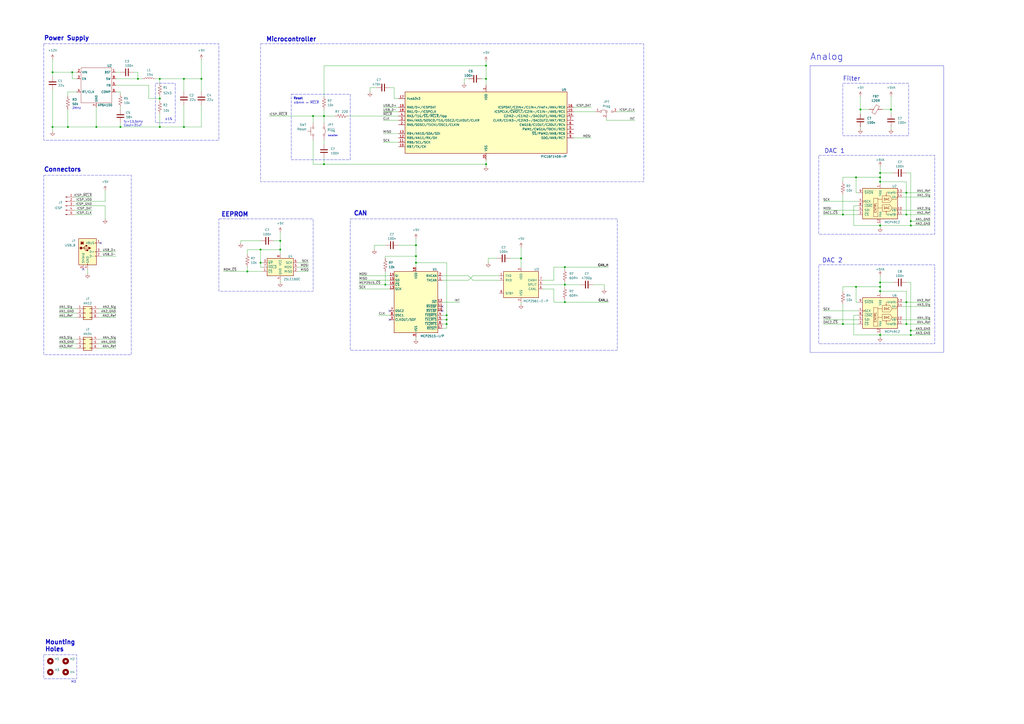
<source format=kicad_sch>
(kicad_sch (version 20250114) (generator "eeschema") (generator_version "9.0")
  (paper "A2")
  (rectangle (start 488.95 48.26) (end 527.05 78.74) (stroke (width 0) (type dash)))
  (rectangle (start 25.4 25.4) (end 127 81.28) (stroke (width 0) (type dash)))
  (rectangle (start 127 127) (end 181.61 168.91) (stroke (width 0) (type dash)))
  (rectangle (start 25.4 379.73) (end 44.45 393.7) (stroke (width 0) (type dash)))
  (rectangle (start 90.17 48.26) (end 101.6 71.12) (stroke (width 0) (type dash)))
  (rectangle (start 168.91 54.61) (end 203.2 92.71) (stroke (width 0) (type dash)))
  (rectangle (start 474.98 153.67) (end 542.29 199.39) (stroke (width 0) (type dash)))
  (rectangle (start 203.2 127) (end 358.14 203.2) (stroke (width 0) (type dash)))
  (rectangle (start 25.4 101.6) (end 76.2 205.74) (stroke (width 0) (type dash)))
  (rectangle (start 474.98 90.17) (end 542.29 135.89) (stroke (width 0) (type dash)))
  (rectangle (start 151.13 25.4) (end 373.38 105.41) (stroke (width 0) (type dash)))
  (rectangle (start 469.9 38.1) (end 547.37 204.47))
  (text "Connectors" (at 25.4 98.425 0) (effects (font (size 2.54 2.54) (thickness 0.508) (bold yes)) (justify left)))
  (text "Power Supply" (at 25.4 22.225 0) (effects (font (size 2.54 2.54) (thickness 0.508) (bold yes)) (justify left)))
  (text "CAN" (at 205.105 123.825 0) (effects (font (size 2.54 2.54) (thickness 0.508) (bold yes)) (justify left)))
  (text "2MHz\n" (at 44.45 62.865 0) (effects (font (size 1.27 1.27))))
  (text "±1%" (at 97.79 69.215 0) (effects (font (size 1.27 1.27))))
  (text "Reset" (at 170.18 57.15 0) (effects (font (size 1.27 1.27) (thickness 0.254) (bold yes)) (justify left)))
  (text "fc=13.5kHz\nCout=31uF" (at 71.755 71.755 0) (effects (font (size 1.27 1.27)) (justify left)))
  (text "Mounting\nHoles" (at 26.035 374.65 0) (effects (font (size 2.54 2.54) (thickness 0.508) (bold yes)) (justify left)))
  (text "Filter\n" (at 494.03 45.72 0) (effects (font (size 2.54 2.54) (thickness 0.254) (bold yes))))
  (text "M3\n" (at 41.275 395.605 0) (effects (font (size 1.27 1.27)) (justify left)))
  (text "EEPROM" (at 128.27 124.46 0) (effects (font (size 2.54 2.54) (thickness 0.508) (bold yes)) (justify left)))
  (text "≤6mm ↔ ~{MCLR}" (at 170.18 59.69 0) (effects (font (size 1.27 1.27)) (justify left)))
  (text "DAC 1" (at 478.155 87.63 0) (effects (font (size 2.54 2.54) (thickness 0.254) (bold yes)) (justify left)))
  (text "Microcontroller" (at 154.305 22.86 0) (effects (font (size 2.54 2.54) (thickness 0.508) (bold yes)) (justify left)))
  (text "Analog" (at 469.9 33.02 0) (effects (font (size 3.81 3.81) (thickness 0.254) (bold yes)) (justify left)))
  (text "Isolation" (at 193.04 78.74 0) (effects (font (size 0.889 0.889))))
  (text "DAC 2" (at 476.885 151.13 0) (effects (font (size 2.54 2.54) (thickness 0.254) (bold yes)) (justify left)))
  (junction (at 510.54 166.37))
  (junction (at 106.68 45.72))
  (junction (at 510.54 168.91))
  (junction (at 162.56 144.78))
  (junction (at 510.54 100.33))
  (junction (at 55.88 73.66))
  (junction (at 39.37 73.66))
  (junction (at 528.32 130.81))
  (junction (at 106.68 73.66))
  (junction (at 259.08 185.42))
  (junction (at 499.11 63.5))
  (junction (at 496.57 166.37))
  (junction (at 162.56 139.7))
  (junction (at 525.78 111.76))
  (junction (at 488.95 187.96))
  (junction (at 92.71 73.66))
  (junction (at 281.94 38.1))
  (junction (at 259.08 182.88))
  (junction (at 327.66 165.1))
  (junction (at 281.94 45.72))
  (junction (at 488.95 124.46))
  (junction (at 510.54 130.81))
  (junction (at 281.94 95.25))
  (junction (at 241.3 142.24))
  (junction (at 516.89 63.5))
  (junction (at 80.01 45.72))
  (junction (at 187.96 67.31))
  (junction (at 510.54 102.87))
  (junction (at 525.78 124.46))
  (junction (at 510.54 194.31))
  (junction (at 92.71 57.15))
  (junction (at 528.32 191.77))
  (junction (at 525.78 175.26))
  (junction (at 30.48 73.66))
  (junction (at 92.71 45.72))
  (junction (at 241.3 152.4))
  (junction (at 327.66 175.26))
  (junction (at 302.26 149.86))
  (junction (at 30.48 41.91))
  (junction (at 327.66 154.94))
  (junction (at 151.13 152.4))
  (junction (at 41.91 41.91))
  (junction (at 510.54 163.83))
  (junction (at 143.51 157.48))
  (junction (at 241.3 148.59))
  (junction (at 496.57 102.87))
  (junction (at 223.52 165.1))
  (junction (at 151.13 144.78))
  (junction (at 528.32 194.31))
  (junction (at 510.54 105.41))
  (junction (at 69.85 73.66))
  (junction (at 116.84 45.72))
  (junction (at 525.78 187.96))
  (junction (at 187.96 95.25))
  (junction (at 181.61 67.31))
  (junction (at 259.08 187.96))
  (junction (at 528.32 128.27))
  (no_connect (at 48.26 156.21))
  (no_connect (at 256.54 177.8))
  (no_connect (at 226.06 185.42))
  (no_connect (at 58.42 140.97))
  (no_connect (at 226.06 180.34))
  (no_connect (at 256.54 180.34))
  (wire (pts (xy 256.54 162.56) (xy 271.78 162.56)))
  (wire (pts (xy 187.96 95.25) (xy 187.96 91.44)))
  (wire (pts (xy 241.3 142.24) (xy 241.3 148.59)))
  (wire (pts (xy 106.68 45.72) (xy 116.84 45.72)))
  (wire (pts (xy 495.3 182.88) (xy 497.84 182.88)))
  (wire (pts (xy 259.08 187.96) (xy 259.08 185.42)))
  (wire (pts (xy 495.3 119.38) (xy 497.84 119.38)))
  (wire (pts (xy 187.96 38.1) (xy 281.94 38.1)))
  (wire (pts (xy 256.54 187.96) (xy 259.08 187.96)))
  (wire (pts (xy 44.45 41.91) (xy 41.91 41.91)))
  (wire (pts (xy 332.74 80.01) (xy 342.9 80.01)))
  (wire (pts (xy 510.54 168.91) (xy 510.54 170.18)))
  (wire (pts (xy 241.3 195.58) (xy 241.3 196.85)))
  (wire (pts (xy 60.96 116.84) (xy 60.96 110.49)))
  (wire (pts (xy 67.31 53.34) (xy 69.85 53.34)))
  (wire (pts (xy 80.01 45.72) (xy 82.55 45.72)))
  (wire (pts (xy 523.24 114.3) (xy 539.75 114.3)))
  (wire (pts (xy 58.42 146.05) (xy 67.31 146.05)))
  (wire (pts (xy 152.4 152.4) (xy 151.13 152.4)))
  (wire (pts (xy 288.29 149.86) (xy 283.21 149.86)))
  (wire (pts (xy 496.57 175.26) (xy 496.57 166.37)))
  (wire (pts (xy 321.31 175.26) (xy 321.31 167.64)))
  (wire (pts (xy 525.78 124.46) (xy 539.75 124.46)))
  (wire (pts (xy 488.95 187.96) (xy 497.84 187.96)))
  (wire (pts (xy 528.32 128.27) (xy 539.75 128.27)))
  (wire (pts (xy 143.51 144.78) (xy 151.13 144.78)))
  (wire (pts (xy 92.71 73.66) (xy 106.68 73.66)))
  (wire (pts (xy 187.96 38.1) (xy 187.96 55.88)))
  (wire (pts (xy 351.79 69.85) (xy 368.3 69.85)))
  (wire (pts (xy 523.24 124.46) (xy 525.78 124.46)))
  (wire (pts (xy 44.45 53.34) (xy 39.37 53.34)))
  (wire (pts (xy 477.52 180.34) (xy 497.84 180.34)))
  (wire (pts (xy 510.54 193.04) (xy 510.54 194.31)))
  (wire (pts (xy 516.89 66.04) (xy 516.89 63.5)))
  (wire (pts (xy 259.08 185.42) (xy 259.08 182.88)))
  (wire (pts (xy 510.54 194.31) (xy 510.54 195.58)))
  (wire (pts (xy 525.78 168.91) (xy 510.54 168.91)))
  (wire (pts (xy 69.85 53.34) (xy 69.85 54.61)))
  (wire (pts (xy 223.52 165.1) (xy 223.52 157.48)))
  (wire (pts (xy 344.17 165.1) (xy 350.52 165.1)))
  (wire (pts (xy 495.3 130.81) (xy 510.54 130.81)))
  (wire (pts (xy 34.29 184.15) (xy 44.45 184.15)))
  (wire (pts (xy 528.32 130.81) (xy 510.54 130.81)))
  (wire (pts (xy 208.28 165.1) (xy 223.52 165.1)))
  (wire (pts (xy 528.32 128.27) (xy 528.32 130.81)))
  (wire (pts (xy 497.84 111.76) (xy 496.57 111.76)))
  (wire (pts (xy 30.48 41.91) (xy 30.48 44.45)))
  (wire (pts (xy 208.28 160.02) (xy 226.06 160.02)))
  (wire (pts (xy 30.48 34.29) (xy 30.48 41.91)))
  (wire (pts (xy 525.78 105.41) (xy 525.78 111.76)))
  (wire (pts (xy 496.57 102.87) (xy 510.54 102.87)))
  (wire (pts (xy 57.15 196.85) (xy 67.31 196.85)))
  (wire (pts (xy 496.57 111.76) (xy 496.57 102.87)))
  (wire (pts (xy 525.78 168.91) (xy 525.78 175.26)))
  (wire (pts (xy 222.25 64.77) (xy 231.14 64.77)))
  (wire (pts (xy 219.71 182.88) (xy 226.06 182.88)))
  (wire (pts (xy 327.66 165.1) (xy 327.66 166.37)))
  (wire (pts (xy 477.52 185.42) (xy 497.84 185.42)))
  (wire (pts (xy 321.31 154.94) (xy 321.31 162.56)))
  (wire (pts (xy 39.37 53.34) (xy 39.37 55.88)))
  (wire (pts (xy 499.11 63.5) (xy 504.19 63.5)))
  (wire (pts (xy 92.71 66.04) (xy 92.71 73.66)))
  (wire (pts (xy 143.51 147.32) (xy 143.51 144.78)))
  (wire (pts (xy 332.74 62.23) (xy 342.9 62.23)))
  (wire (pts (xy 281.94 45.72) (xy 279.4 45.72)))
  (wire (pts (xy 281.94 49.53) (xy 281.94 45.72)))
  (wire (pts (xy 241.3 148.59) (xy 241.3 152.4)))
  (wire (pts (xy 525.78 175.26) (xy 539.75 175.26)))
  (wire (pts (xy 156.21 67.31) (xy 181.61 67.31)))
  (wire (pts (xy 525.78 111.76) (xy 539.75 111.76)))
  (wire (pts (xy 510.54 163.83) (xy 510.54 166.37)))
  (wire (pts (xy 495.3 130.81) (xy 495.3 119.38)))
  (wire (pts (xy 39.37 63.5) (xy 39.37 73.66)))
  (wire (pts (xy 43.18 114.3) (xy 53.34 114.3)))
  (wire (pts (xy 217.17 142.24) (xy 217.17 144.78)))
  (wire (pts (xy 92.71 45.72) (xy 92.71 48.26)))
  (wire (pts (xy 510.54 160.02) (xy 510.54 163.83)))
  (wire (pts (xy 528.32 191.77) (xy 528.32 194.31)))
  (wire (pts (xy 60.96 119.38) (xy 60.96 127)))
  (wire (pts (xy 231.14 57.15) (xy 228.6 57.15)))
  (wire (pts (xy 528.32 100.33) (xy 528.32 128.27)))
  (wire (pts (xy 151.13 154.94) (xy 151.13 152.4)))
  (wire (pts (xy 525.78 105.41) (xy 510.54 105.41)))
  (wire (pts (xy 528.32 163.83) (xy 528.32 191.77)))
  (wire (pts (xy 151.13 144.78) (xy 162.56 144.78)))
  (wire (pts (xy 327.66 165.1) (xy 336.55 165.1)))
  (wire (pts (xy 143.51 157.48) (xy 143.51 154.94)))
  (wire (pts (xy 222.25 82.55) (xy 231.14 82.55)))
  (wire (pts (xy 516.89 73.66) (xy 516.89 74.93)))
  (wire (pts (xy 525.78 187.96) (xy 539.75 187.96)))
  (wire (pts (xy 162.56 139.7) (xy 162.56 144.78)))
  (wire (pts (xy 172.72 157.48) (xy 179.07 157.48)))
  (wire (pts (xy 106.68 73.66) (xy 116.84 73.66)))
  (wire (pts (xy 327.66 154.94) (xy 353.06 154.94)))
  (wire (pts (xy 228.6 50.8) (xy 226.06 50.8)))
  (wire (pts (xy 327.66 175.26) (xy 353.06 175.26)))
  (wire (pts (xy 116.84 60.96) (xy 116.84 73.66)))
  (wire (pts (xy 50.8 156.21) (xy 50.8 158.75)))
  (wire (pts (xy 55.88 62.23) (xy 55.88 73.66)))
  (wire (pts (xy 332.74 64.77) (xy 345.44 64.77)))
  (wire (pts (xy 295.91 149.86) (xy 302.26 149.86)))
  (wire (pts (xy 34.29 181.61) (xy 44.45 181.61)))
  (wire (pts (xy 41.91 45.72) (xy 41.91 41.91)))
  (wire (pts (xy 223.52 149.86) (xy 223.52 148.59)))
  (wire (pts (xy 228.6 57.15) (xy 228.6 50.8)))
  (wire (pts (xy 327.66 173.99) (xy 327.66 175.26)))
  (wire (pts (xy 214.63 50.8) (xy 214.63 53.34)))
  (wire (pts (xy 30.48 73.66) (xy 30.48 76.2)))
  (wire (pts (xy 488.95 102.87) (xy 496.57 102.87)))
  (wire (pts (xy 314.96 165.1) (xy 327.66 165.1)))
  (wire (pts (xy 283.21 149.86) (xy 283.21 152.4)))
  (wire (pts (xy 528.32 194.31) (xy 539.75 194.31)))
  (wire (pts (xy 181.61 67.31) (xy 181.61 71.12)))
  (wire (pts (xy 92.71 57.15) (xy 86.36 57.15)))
  (wire (pts (xy 259.08 152.4) (xy 259.08 182.88)))
  (wire (pts (xy 92.71 45.72) (xy 106.68 45.72)))
  (wire (pts (xy 187.96 81.28) (xy 187.96 83.82)))
  (wire (pts (xy 259.08 152.4) (xy 241.3 152.4)))
  (wire (pts (xy 86.36 49.53) (xy 67.31 49.53)))
  (wire (pts (xy 510.54 105.41) (xy 510.54 106.68)))
  (wire (pts (xy 226.06 165.1) (xy 223.52 165.1)))
  (wire (pts (xy 34.29 201.93) (xy 44.45 201.93)))
  (wire (pts (xy 181.61 67.31) (xy 187.96 67.31)))
  (wire (pts (xy 528.32 194.31) (xy 510.54 194.31)))
  (wire (pts (xy 223.52 148.59) (xy 241.3 148.59)))
  (wire (pts (xy 34.29 196.85) (xy 44.45 196.85)))
  (wire (pts (xy 92.71 57.15) (xy 92.71 58.42)))
  (wire (pts (xy 525.78 175.26) (xy 525.78 187.96)))
  (wire (pts (xy 510.54 96.52) (xy 510.54 100.33)))
  (wire (pts (xy 256.54 190.5) (xy 259.08 190.5)))
  (wire (pts (xy 129.54 157.48) (xy 143.51 157.48)))
  (wire (pts (xy 321.31 167.64) (xy 314.96 167.64)))
  (wire (pts (xy 528.32 130.81) (xy 539.75 130.81)))
  (wire (pts (xy 495.3 194.31) (xy 510.54 194.31)))
  (wire (pts (xy 218.44 50.8) (xy 214.63 50.8)))
  (wire (pts (xy 281.94 95.25) (xy 281.94 96.52)))
  (wire (pts (xy 358.14 64.77) (xy 368.3 64.77)))
  (wire (pts (xy 499.11 55.88) (xy 499.11 63.5)))
  (wire (pts (xy 55.88 73.66) (xy 39.37 73.66)))
  (wire (pts (xy 510.54 100.33) (xy 518.16 100.33)))
  (wire (pts (xy 516.89 55.88) (xy 516.89 63.5)))
  (wire (pts (xy 528.32 191.77) (xy 539.75 191.77)))
  (wire (pts (xy 510.54 166.37) (xy 510.54 168.91)))
  (wire (pts (xy 222.25 62.23) (xy 231.14 62.23)))
  (wire (pts (xy 488.95 168.91) (xy 488.95 166.37)))
  (wire (pts (xy 57.15 181.61) (xy 67.31 181.61)))
  (wire (pts (xy 201.93 67.31) (xy 231.14 67.31)))
  (wire (pts (xy 106.68 45.72) (xy 106.68 53.34)))
  (wire (pts (xy 523.24 175.26) (xy 525.78 175.26)))
  (wire (pts (xy 181.61 81.28) (xy 181.61 95.25)))
  (wire (pts (xy 92.71 73.66) (xy 69.85 73.66)))
  (wire (pts (xy 488.95 166.37) (xy 496.57 166.37)))
  (wire (pts (xy 488.95 124.46) (xy 497.84 124.46)))
  (wire (pts (xy 69.85 62.23) (xy 69.85 63.5)))
  (wire (pts (xy 172.72 154.94) (xy 179.07 154.94)))
  (wire (pts (xy 510.54 102.87) (xy 510.54 105.41)))
  (wire (pts (xy 57.15 179.07) (xy 67.31 179.07)))
  (wire (pts (xy 44.45 45.72) (xy 41.91 45.72)))
  (wire (pts (xy 496.57 166.37) (xy 510.54 166.37)))
  (wire (pts (xy 77.47 41.91) (xy 80.01 41.91)))
  (wire (pts (xy 274.32 160.02) (xy 271.78 162.56)))
  (wire (pts (xy 90.17 45.72) (xy 92.71 45.72)))
  (wire (pts (xy 327.66 163.83) (xy 327.66 165.1)))
  (wire (pts (xy 523.24 121.92) (xy 539.75 121.92)))
  (wire (pts (xy 488.95 113.03) (xy 488.95 124.46)))
  (wire (pts (xy 269.24 45.72) (xy 271.78 45.72)))
  (wire (pts (xy 523.24 177.8) (xy 539.75 177.8)))
  (wire (pts (xy 162.56 162.56) (xy 162.56 163.83)))
  (wire (pts (xy 256.54 182.88) (xy 259.08 182.88)))
  (wire (pts (xy 162.56 144.78) (xy 162.56 147.32)))
  (wire (pts (xy 151.13 144.78) (xy 151.13 152.4)))
  (wire (pts (xy 57.15 201.93) (xy 67.31 201.93)))
  (wire (pts (xy 510.54 130.81) (xy 510.54 132.08)))
  (wire (pts (xy 57.15 199.39) (xy 67.31 199.39)))
  (wire (pts (xy 34.29 179.07) (xy 44.45 179.07)))
  (wire (pts (xy 92.71 55.88) (xy 92.71 57.15)))
  (wire (pts (xy 281.94 92.71) (xy 281.94 95.25)))
  (wire (pts (xy 116.84 45.72) (xy 116.84 53.34)))
  (wire (pts (xy 477.52 187.96) (xy 488.95 187.96)))
  (wire (pts (xy 67.31 45.72) (xy 80.01 45.72)))
  (wire (pts (xy 495.3 194.31) (xy 495.3 182.88)))
  (wire (pts (xy 80.01 41.91) (xy 80.01 45.72)))
  (wire (pts (xy 208.28 167.64) (xy 226.06 167.64)))
  (wire (pts (xy 69.85 73.66) (xy 55.88 73.66)))
  (wire (pts (xy 158.75 139.7) (xy 162.56 139.7)))
  (wire (pts (xy 67.31 41.91) (xy 69.85 41.91)))
  (wire (pts (xy 162.56 134.62) (xy 162.56 139.7)))
  (wire (pts (xy 116.84 34.29) (xy 116.84 45.72)))
  (wire (pts (xy 187.96 95.25) (xy 281.94 95.25)))
  (wire (pts (xy 69.85 71.12) (xy 69.85 73.66)))
  (wire (pts (xy 525.78 100.33) (xy 528.32 100.33)))
  (wire (pts (xy 223.52 142.24) (xy 217.17 142.24)))
  (wire (pts (xy 327.66 154.94) (xy 321.31 154.94)))
  (wire (pts (xy 327.66 175.26) (xy 321.31 175.26)))
  (wire (pts (xy 241.3 138.43) (xy 241.3 142.24)))
  (wire (pts (xy 510.54 100.33) (xy 510.54 102.87)))
  (wire (pts (xy 43.18 116.84) (xy 60.96 116.84)))
  (wire (pts (xy 187.96 67.31) (xy 194.31 67.31)))
  (wire (pts (xy 523.24 111.76) (xy 525.78 111.76)))
  (wire (pts (xy 58.42 148.59) (xy 67.31 148.59)))
  (wire (pts (xy 57.15 184.15) (xy 67.31 184.15)))
  (wire (pts (xy 30.48 52.07) (xy 30.48 73.66)))
  (wire (pts (xy 43.18 119.38) (xy 60.96 119.38)))
  (wire (pts (xy 187.96 67.31) (xy 187.96 71.12)))
  (wire (pts (xy 499.11 73.66) (xy 499.11 74.93)))
  (wire (pts (xy 241.3 152.4) (xy 241.3 154.94)))
  (wire (pts (xy 222.25 77.47) (xy 231.14 77.47)))
  (wire (pts (xy 181.61 95.25) (xy 187.96 95.25)))
  (wire (pts (xy 172.72 152.4) (xy 179.07 152.4)))
  (wire (pts (xy 321.31 162.56) (xy 314.96 162.56)))
  (wire (pts (xy 106.68 60.96) (xy 106.68 73.66)))
  (wire (pts (xy 41.91 41.91) (xy 30.48 41.91)))
  (wire (pts (xy 43.18 124.46) (xy 53.34 124.46)))
  (wire (pts (xy 523.24 185.42) (xy 539.75 185.42)))
  (wire (pts (xy 152.4 154.94) (xy 151.13 154.94)))
  (wire (pts (xy 231.14 142.24) (xy 241.3 142.24)))
  (wire (pts (xy 516.89 63.5) (xy 511.81 63.5)))
  (wire (pts (xy 256.54 160.02) (xy 271.78 160.02)))
  (wire (pts (xy 488.95 105.41) (xy 488.95 102.87)))
  (wire (pts (xy 488.95 176.53) (xy 488.95 187.96)))
  (wire (pts (xy 269.24 48.26) (xy 269.24 45.72)))
  (wire (pts (xy 327.66 156.21) (xy 327.66 154.94)))
  (wire (pts (xy 499.11 63.5) (xy 499.11 66.04)))
  (wire (pts (xy 302.26 175.26) (xy 302.26 176.53)))
  (wire (pts (xy 523.24 187.96) (xy 525.78 187.96)))
  (wire (pts (xy 34.29 199.39) (xy 44.45 199.39)))
  (wire (pts (xy 350.52 165.1) (xy 350.52 167.64)))
  (wire (pts (xy 477.52 124.46) (xy 488.95 124.46)))
  (wire (pts (xy 139.7 139.7) (xy 139.7 140.97)))
  (wire (pts (xy 86.36 57.15) (xy 86.36 49.53)))
  (wire (pts (xy 139.7 139.7) (xy 151.13 139.7)))
  (wire (pts (xy 497.84 175.26) (xy 496.57 175.26)))
  (wire (pts (xy 351.79 68.58) (xy 351.79 69.85)))
  (wire (pts (xy 281.94 38.1) (xy 281.94 45.72)))
  (wire (pts (xy 302.26 143.51) (xy 302.26 149.86)))
  (wire (pts (xy 152.4 157.48) (xy 143.51 157.48)))
  (wire (pts (xy 259.08 190.5) (xy 259.08 187.96)))
  (wire (pts (xy 39.37 73.66) (xy 30.48 73.66)))
  (wire (pts (xy 525.78 163.83) (xy 528.32 163.83)))
  (wire (pts (xy 510.54 163.83) (xy 518.16 163.83)))
  (wire (pts (xy 477.52 121.92) (xy 497.84 121.92)))
  (wire (pts (xy 281.94 35.56) (xy 281.94 38.1)))
  (wire (pts (xy 256.54 175.26) (xy 266.7 175.26)))
  (wire (pts (xy 256.54 185.42) (xy 259.08 185.42)))
  (wire (pts (xy 510.54 129.54) (xy 510.54 130.81)))
  (wire (pts (xy 274.32 162.56) (xy 289.56 162.56)))
  (wire (pts (xy 477.52 116.84) (xy 497.84 116.84)))
  (wire (pts (xy 208.28 162.56) (xy 226.06 162.56)))
  (wire (pts (xy 274.32 160.02) (xy 289.56 160.02)))
  (wire (pts (xy 271.78 160.02) (xy 274.32 162.56)))
  (wire (pts (xy 222.25 69.85) (xy 231.14 69.85)))
  (wire (pts (xy 525.78 111.76) (xy 525.78 124.46)))
  (wire (pts (xy 187.96 63.5) (xy 187.96 67.31)))
  (wire (pts (xy 43.18 121.92) (xy 53.34 121.92)))
  (wire (pts (xy 302.26 149.86) (xy 302.26 154.94)))
  (label "DAC1_~{CS}" (at 477.52 124.46 0))
  (label "CAN_H" (at 353.06 154.94 180) (effects (font (thickness 0.254) (bold yes))))
  (label "AN4_GND" (at 67.31 199.39 180) (effects (font (thickness 0.1588))))
  (label "SCK" (at 179.07 152.4 180) (effects (font (thickness 0.1588))))
  (label "CLK" (at 222.25 69.85 0))
  (label "MOSI" (at 342.9 80.01 180) (effects (font (thickness 0.1588))))
  (label "AN4_Ref" (at 539.75 187.96 180))
  (label "ICSP_DAT" (at 342.9 62.23 180))
  (label "AN3_Ref" (at 539.75 175.26 180))
  (label "ROM_~{CS}" (at 129.54 157.48 0) (effects (font (thickness 0.1588))))
  (label "AN2_GND" (at 539.75 130.81 180) (effects (font (thickness 0.1588))))
  (label "MOSI" (at 208.28 160.02 0) (effects (font (thickness 0.1588))))
  (label "AN3_Sig" (at 34.29 196.85 0) (effects (font (thickness 0.1588))))
  (label "AN2_Ref" (at 67.31 184.15 180) (effects (font (thickness 0.1588))))
  (label "AN3_GND" (at 539.75 194.31 180) (effects (font (thickness 0.1588))))
  (label "AN1_Sig" (at 539.75 114.3 180))
  (label "AN2_GND" (at 67.31 181.61 180) (effects (font (thickness 0.1588))))
  (label "INT" (at 368.3 69.85 180))
  (label "CLK" (at 219.71 182.88 0))
  (label "MISO" (at 179.07 157.48 180) (effects (font (thickness 0.1588))))
  (label "INT" (at 266.7 175.26 180) (effects (font (thickness 0.1588))))
  (label "MOSI" (at 179.07 154.94 180) (effects (font (thickness 0.1588))))
  (label "ICSP_CLK" (at 53.34 124.46 180))
  (label "AN2_Sig" (at 67.31 179.07 180) (effects (font (thickness 0.1588))))
  (label "SCK" (at 222.25 82.55 0) (effects (font (thickness 0.1588))))
  (label "MCP2515_~{CS}" (at 208.28 165.1 0) (effects (font (thickness 0.1588))))
  (label "AN1_Ref" (at 34.29 184.15 0) (effects (font (thickness 0.1588))))
  (label "ICSP_CLK" (at 368.3 64.77 180))
  (label "USB_D+" (at 222.25 62.23 0))
  (label "SCK" (at 477.52 180.34 0) (effects (font (thickness 0.1588))))
  (label "AN1_Ref" (at 539.75 111.76 180))
  (label "AN4_Ref" (at 67.31 201.93 180) (effects (font (thickness 0.1588))))
  (label "AN1_Sig" (at 34.29 179.07 0) (effects (font (thickness 0.1588))))
  (label "AN1_GND" (at 34.29 181.61 0) (effects (font (thickness 0.1588))))
  (label "USB_D-" (at 222.25 64.77 0))
  (label "AN4_Sig" (at 67.31 196.85 180) (effects (font (thickness 0.1588))))
  (label "MOSI" (at 477.52 121.92 0))
  (label "AN4_Sig" (at 539.75 185.42 180))
  (label "MISO" (at 208.28 162.56 0) (effects (font (thickness 0.1588))))
  (label "~{MCLR}" (at 222.25 67.31 0))
  (label "AN2_Ref" (at 539.75 124.46 180))
  (label "AN3_GND" (at 539.75 191.77 180) (effects (font (thickness 0.1588))))
  (label "AN3_Sig" (at 539.75 177.8 180))
  (label "USB_D-" (at 67.31 148.59 180))
  (label "ICSP_VDD" (at 53.34 116.84 180))
  (label "AN2_Sig" (at 539.75 121.92 180))
  (label "USB_D+" (at 67.31 146.05 180))
  (label "SCK" (at 208.28 167.64 0) (effects (font (thickness 0.1588))))
  (label "ICSP_GND" (at 53.34 119.38 180))
  (label "ICSP_DAT" (at 53.34 121.92 180))
  (label "ICSP_~{MCLR}" (at 53.34 114.3 180))
  (label "MISO" (at 222.25 77.47 0) (effects (font (thickness 0.1588))))
  (label "AN3_GND" (at 34.29 199.39 0) (effects (font (thickness 0.1588))))
  (label "ICSP_~{MCLR}" (at 156.21 67.31 0))
  (label "MOSI" (at 477.52 185.42 0))
  (label "AN1_GND" (at 539.75 128.27 180) (effects (font (thickness 0.1588))))
  (label "CAN_L" (at 353.06 175.26 180) (effects (font (thickness 0.254) (bold yes))))
  (label "SCK" (at 477.52 116.84 0) (effects (font (thickness 0.1588))))
  (label "DAC2_~{CS}" (at 477.52 187.96 0))
  (label "AN3_Ref" (at 34.29 201.93 0) (effects (font (thickness 0.1588))))
  (symbol (lib_id "power:GND") (at 241.3 196.85 0) (unit 1)
    (property "Reference" "#PWR028" (effects (hide yes)))
    (property "Value" "GND" (effects (hide yes)))
    (property "Description" "Power symbol creates a global label with name \"GND\" , ground" (effects (hide yes)))
  )
  (symbol (lib_id "Connector:USB_B") (at 50.8 146.05 0) (unit 1)
    (property "Reference" "J?" (at 43.815 139.7 0) (effects (justify right)))
    (property "Value" "USB_B" (at 43.815 142.24 0) (effects (justify right)))
    (property "Description" "USB Type B connector" (effects (hide yes)))
  )
  (symbol (lib_id "Device:C") (at 340.36 165.1 90) (unit 1)
    (property "Reference" "C?" (at 340.36 158.75 90))
    (property "Value" "4700p" (at 340.36 161.29 90))
    (property "Description" "Unpolarized capacitor" (effects (hide yes)))
  )
  (symbol (lib_id "Connector_Generic:Conn_02x03_Top_Bottom") (at 49.53 199.39 0) (unit 1)
    (property "Reference" "J?" (at 50.8 191.135 0))
    (property "Value" "AN34" (at 50.8 193.675 0))
    (property "Footprint" "Connector_Molex:Molex_Mini-Fit_Jr_5569-06A2_2x03_P4.20mm_Horizontal" (effects (hide yes)))
    (property "Datasheet" "https://www.molex.com/en-us/products/part-detail/39301060?display=pdf" (effects (hide yes)))
    (property "Description" "Generic connector, double row, 02x03, top/bottom pin numbering scheme (row 1: 1...pins_per_row, row2: pins_per_row+1 ... num_pins), script generated (kicad-library-utils/schlib/autogen/connector/)" (effects (hide yes)))
  )
  (symbol (lib_id "Device:C") (at 154.94 139.7 90) (unit 1)
    (property "Reference" "C?" (at 154.94 133.35 90))
    (property "Value" "100n" (at 154.94 135.89 90))
    (property "Description" "Unpolarized capacitor" (effects (hide yes)))
  )
  (symbol (lib_id "Jumper:Jumper_2_Bridged") (at 187.96 76.2 270) (mirror x) (unit 1)
    (property "Reference" "JP?" (at 189.865 72.39 90) (effects (justify left)))
    (property "Value" "~{Prog}" (at 189.865 75.565 90) (effects (justify left)))
    (property "Description" "Jumper, 2-pole, closed/bridged" (effects (hide yes)))
  )
  (symbol (lib_id "Device:C") (at 292.1 149.86 90) (unit 1)
    (property "Reference" "C?" (at 292.1 143.51 90))
    (property "Value" "100n" (at 292.1 146.05 90))
    (property "Description" "Unpolarized capacitor" (effects (hide yes)))
  )
  (symbol (lib_id "Device:C") (at 106.68 57.15 180) (unit 1)
    (property "Reference" "C2" (at 111.125 55.245 0))
    (property "Value" "22u" (at 111.76 57.785 0))
    (property "Description" "Unpolarized capacitor" (effects (hide yes)))
  )
  (symbol (lib_id "Device:C") (at 30.48 48.26 0) (unit 1)
    (property "Reference" "C1" (at 34.925 46.99 0))
    (property "Value" "22u" (at 35.56 49.53 0))
    (property "Description" "Unpolarized capacitor" (effects (hide yes)))
  )
  (symbol (lib_id "Memory_EEPROM:25LCxxx") (at 162.56 154.94 0) (unit 1)
    (property "Reference" "U4" (at 167.005 148.59 0) (effects (justify left)))
    (property "Value" "25LC160C" (at 164.465 161.925 0) (effects (justify left)))
    (property "Datasheet" "http://ww1.microchip.com/downloads/en/DeviceDoc/21832H.pdf" (effects (hide yes)))
    (property "Description" "SPI Serial EEPROM, DIP-8/SOIC-8/TSSOP-8" (effects (hide yes)))
  )
  (symbol (lib_id "Jumper:Jumper_3_Bridged12") (at 351.79 64.77 0) (unit 1) (in_bom no)
    (property "Reference" "JP?" (at 351.79 59.055 0))
    (property "Value" "Prog" (at 351.79 61.595 0))
    (property "Description" "Jumper, 3-pole, pins 1+2 closed/bridged" (effects (hide yes)))
  )
  (symbol (lib_id "power:GND") (at 510.54 132.08 0) (unit 1)
    (property "Reference" "#PWR017" (effects (hide yes)))
    (property "Value" "GND" (effects (hide yes)))
    (property "Description" "Power symbol creates a global label with name \"GND\" , ground" (effects (hide yes)))
  )
  (symbol (lib_id "power:GND") (at 510.54 195.58 0) (unit 1)
    (property "Reference" "#PWR019" (effects (hide yes)))
    (property "Value" "GND" (effects (hide yes)))
    (property "Description" "Power symbol creates a global label with name \"GND\" , ground" (effects (hide yes)))
  )
  (symbol (lib_id "power:GND") (at 281.94 96.52 0) (unit 1)
    (property "Reference" "#PWR01" (effects (hide yes)))
    (property "Value" "GND" (effects (hide yes)))
    (property "Description" "Power symbol creates a global label with name \"GND\" , ground" (effects (hide yes)))
  )
  (symbol (lib_id "Device:R_US") (at 223.52 153.67 0) (unit 1)
    (property "Reference" "R?" (at 225.425 152.4 0) (effects (justify left)))
    (property "Value" "10k" (at 225.425 154.94 0) (effects (justify left)))
    (property "Description" "Resistor, US symbol" (effects (hide yes)))
  )
  (symbol (lib_id "Device:R_US") (at 143.51 151.13 0) (unit 1)
    (property "Reference" "R?" (at 145.415 149.86 0) (effects (justify left)))
    (property "Value" "10k" (at 145.415 152.4 0) (effects (justify left)))
    (property "Description" "Resistor, US symbol" (effects (hide yes)))
  )
  (symbol (lib_id "Mechanical:MountingHole") (at 29.21 383.54 0) (unit 1) (exclude_from_sim yes) (in_bom no)
    (property "Reference" "H1" (at 31.75 382.2699 0) (effects (justify left)))
    (property "Value" "MountingHole" (effects (hide yes)))
    (property "Footprint" "MountingHole:MountingHole_3.2mm_M3_DIN965" (effects (hide yes)))
    (property "Description" "Mounting Hole without connection" (effects (hide yes)))
  )
  (symbol (lib_id "Device:FerriteBead") (at 508 63.5 90) (unit 1)
    (property "Reference" "FB?" (at 507.9492 55.88 90))
    (property "Value" "120R" (at 507.9492 58.42 90))
    (property "Description" "Ferrite bead" (effects (hide yes)))
  )
  (symbol (lib_id "symbols:AP64100") (at 55.88 49.53 0) (unit 1)
    (property "Reference" "U2" (at 63.5 38.1 0))
    (property "Value" "AP64100" (at 60.96 60.96 0))
    (property "Footprint" "Package_SO:Diodes_SO-8EP" (effects (hide yes)))
    (property "Datasheet" "https://www.diodes.com/assets/Datasheets/AP64100.pdf" (effects (hide yes)))
    (property "Description" "3.8V to40V input, 1A low IQ synchronous buck with adjustable frequency" (effects (hide yes)))
  )
  (symbol (lib_id "Device:C") (at 227.33 142.24 90) (unit 1)
    (property "Reference" "C?" (at 227.33 135.89 90))
    (property "Value" "100n" (at 227.33 138.43 90))
    (property "Description" "Unpolarized capacitor" (effects (hide yes)))
  )
  (symbol (lib_id "Device:R_US") (at 69.85 58.42 180) (unit 1)
    (property "Reference" "R5" (at 73.025 57.15 0))
    (property "Value" "10k" (at 73.66 59.69 0))
    (property "Description" "Resistor, US symbol" (effects (hide yes)))
  )
  (symbol (lib_id "Device:R_US") (at 39.37 59.69 0) (unit 1)
    (property "Reference" "R3" (at 41.91 57.7849 0) (effects (justify left)))
    (property "Value" "50k" (at 41.91 60.3249 0) (effects (justify left)))
    (property "Description" "Resistor, US symbol" (effects (hide yes)))
  )
  (symbol (lib_id "Device:C") (at 187.96 87.63 0) (unit 1)
    (property "Reference" "C?" (at 191.77 86.3599 0) (effects (justify left)))
    (property "Value" "100n" (at 191.77 88.8999 0) (effects (justify left)))
    (property "Description" "Unpolarized capacitor" (effects (hide yes)))
  )
  (symbol (lib_id "Device:R_US") (at 92.71 62.23 180) (unit 1)
    (property "Reference" "R2" (at 95.885 60.96 0))
    (property "Value" "10k" (at 96.52 64.135 0))
    (property "Description" "Resistor, US symbol" (effects (hide yes)))
  )
  (symbol (lib_id "Interface_CAN_LIN:MCP2515-xSO") (at 241.3 175.26 0) (unit 1)
    (property "Reference" "U1" (at 250.825 156.21 0) (effects (justify left)))
    (property "Value" "MCP2515-I/P" (at 243.84 194.945 0) (effects (justify left)))
    (property "Footprint" "Package_SO:SOIC-18W_7.5x11.6mm_P1.27mm" (effects (hide yes)))
    (property "Datasheet" "http://ww1.microchip.com/downloads/en/DeviceDoc/21801e.pdf" (effects (hide yes)))
    (property "Description" "Stand-Alone CAN Controller with SPI Interface, SOIC-18" (effects (hide yes)))
  )
  (symbol (lib_id "Device:C") (at 521.97 163.83 90) (unit 1)
    (property "Reference" "C8" (at 521.97 157.48 90))
    (property "Value" "100n" (at 521.97 160.02 90))
    (property "Description" "Unpolarized capacitor" (effects (hide yes)))
  )
  (symbol (lib_id "power:+5V") (at 116.84 34.29 0) (unit 1)
    (property "Reference" "#PWR06" (effects (hide yes)))
    (property "Value" "+5V" (at 116.84 29.21 0))
    (property "Description" "Power symbol creates a global label with name \"+5V\"" (effects (hide yes)))
  )
  (symbol (lib_id "power:GND") (at 499.11 74.93 0) (unit 1)
    (property "Reference" "#PWR012" (effects (hide yes)))
    (property "Value" "GND" (effects (hide yes)))
    (property "Description" "Power symbol creates a global label with name \"GND\" , ground" (effects (hide yes)))
  )
  (symbol (lib_id "Analog_DAC:MCP4912") (at 510.54 116.84 0) (unit 1)
    (property "Reference" "U?" (at 517.525 107.95 0) (effects (justify left)))
    (property "Value" "MCP4912" (at 513.08 128.905 0) (effects (justify left)))
    (property "Datasheet" "http://ww1.microchip.com/downloads/en/DeviceDoc/22250A.pdf" (effects (hide yes)))
    (property "Description" "2-Channel 10-Bit D/A Converters with SPI Interface" (effects (hide yes)))
  )
  (symbol (lib_id "Device:R_US") (at 198.12 67.31 90) (unit 1)
    (property "Reference" "R?" (at 195.58 64.77 90))
    (property "Value" "220" (at 200.025 64.77 90))
    (property "Description" "Resistor, US symbol" (effects (hide yes)))
  )
  (symbol (lib_id "power:GND") (at 50.8 158.75 0) (unit 1)
    (property "Reference" "#PWR08" (effects (hide yes)))
    (property "Value" "GND" (effects (hide yes)))
    (property "Description" "Power symbol creates a global label with name \"GND\" , ground" (effects (hide yes)))
  )
  (symbol (lib_id "power:GND") (at 350.52 167.64 0) (unit 1)
    (property "Reference" "#PWR022" (effects (hide yes)))
    (property "Value" "GND" (effects (hide yes)))
    (property "Description" "Power symbol creates a global label with name \"GND\" , ground" (effects (hide yes)))
  )
  (symbol (lib_id "Device:C") (at 73.66 41.91 270) (unit 1)
    (property "Reference" "C3" (at 73.66 35.56 90))
    (property "Value" "100n" (at 74.93 38.1 90))
    (property "Description" "Unpolarized capacitor" (effects (hide yes)))
  )
  (symbol (lib_id "power:+12V") (at 30.48 34.29 0) (unit 1)
    (property "Reference" "#PWR04" (effects (hide yes)))
    (property "Value" "+12V" (at 30.48 29.21 0))
    (property "Description" "Power symbol creates a global label with name \"+12V\"" (effects (hide yes)))
  )
  (symbol (lib_id "Interface_CAN_LIN:MCP2561-E-P") (at 302.26 165.1 0) (unit 1)
    (property "Reference" "U3" (at 309.88 156.21 0) (effects (justify left)))
    (property "Value" "MCP2561-E-P" (at 303.53 174.625 0) (effects (justify left)))
    (property "Footprint" "Package_DIP:DIP-8_W7.62mm" (effects (hide yes)))
    (property "Datasheet" "http://ww1.microchip.com/downloads/en/DeviceDoc/25167A.pdf" (effects (hide yes)))
    (property "Description" "High-Speed CAN Transceiver, 1Mbps, 5V supply, SPLIT pin, -40C to +125C, DIP-8" (effects (hide yes)))
  )
  (symbol (lib_id "Mechanical:MountingHole") (at 38.1 389.89 0) (unit 1) (exclude_from_sim yes) (in_bom no)
    (property "Reference" "H4" (at 40.64 389.8899 0) (effects (justify left)))
    (property "Value" "MountingHole" (effects (hide yes)))
    (property "Footprint" "MountingHole:MountingHole_3.2mm_M3_DIN965" (effects (hide yes)))
    (property "Description" "Mounting Hole without connection" (effects (hide yes)))
  )
  (symbol (lib_id "Device:C") (at 516.89 69.85 0) (unit 1)
    (property "Reference" "C?" (at 520.7 68.5799 0) (effects (justify left)))
    (property "Value" "100n" (at 520.7 71.1199 0) (effects (justify left)))
    (property "Description" "Unpolarized capacitor" (effects (hide yes)))
  )
  (symbol (lib_id "Device:R_US") (at 187.96 59.69 0) (unit 1)
    (property "Reference" "R?" (at 189.865 58.42 0) (effects (justify left)))
    (property "Value" "10k" (at 189.865 60.96 0) (effects (justify left)))
    (property "Description" "Resistor, US symbol" (effects (hide yes)))
  )
  (symbol (lib_id "power:+5VA") (at 510.54 160.02 0) (mirror y) (unit 1)
    (property "Reference" "#PWR018" (effects (hide yes)))
    (property "Value" "+5VA" (at 510.54 156.21 0))
    (property "Description" "Power symbol creates a global label with name \"+5VA\"" (effects (hide yes)))
  )
  (symbol (lib_id "power:GND") (at 162.56 163.83 0) (unit 1)
    (property "Reference" "#PWR011" (effects (hide yes)))
    (property "Value" "GND" (effects (hide yes)))
    (property "Description" "Power symbol creates a global label with name \"GND\" , ground" (effects (hide yes)))
  )
  (symbol (lib_id "power:GND") (at 269.24 48.26 0) (unit 1)
    (property "Reference" "#PWR03" (effects (hide yes)))
    (property "Value" "GND" (effects (hide yes)))
    (property "Description" "Power symbol creates a global label with name \"GND\" , ground" (effects (hide yes)))
  )
  (symbol (lib_id "power:GND") (at 283.21 152.4 0) (unit 1)
    (property "Reference" "#PWR024" (effects (hide yes)))
    (property "Value" "GND" (effects (hide yes)))
    (property "Description" "Power symbol creates a global label with name \"GND\" , ground" (effects (hide yes)))
  )
  (symbol (lib_id "Device:R_US") (at 327.66 170.18 0) (unit 1)
    (property "Reference" "R?" (at 330.2 168.9099 0) (effects (justify left)))
    (property "Value" "60R4" (at 330.2 171.4499 0) (effects (justify left)))
    (property "Description" "Resistor, US symbol" (effects (hide yes)))
  )
  (symbol (lib_id "Device:C") (at 275.59 45.72 270) (unit 1)
    (property "Reference" "C6" (at 273.05 41.275 90))
    (property "Value" "100n" (at 271.78 43.815 90))
    (property "Description" "Unpolarized capacitor" (effects (hide yes)))
  )
  (symbol (lib_id "power:+5V") (at 162.56 134.62 0) (unit 1)
    (property "Reference" "#PWR020" (effects (hide yes)))
    (property "Value" "+5V" (at 162.56 129.54 0))
    (property "Description" "Power symbol creates a global label with name \"+5V\"" (effects (hide yes)))
  )
  (symbol (lib_id "power:+5V") (at 241.3 138.43 0) (unit 1)
    (property "Reference" "#PWR027" (effects (hide yes)))
    (property "Value" "+5V" (at 241.3 133.35 0))
    (property "Description" "Power symbol creates a global label with name \"+5V\"" (effects (hide yes)))
  )
  (symbol (lib_id "Connector:Conn_01x05_Pin") (at 38.1 119.38 0) (unit 1)
    (property "Reference" "J?" (at 36.195 117.475 0) (effects (justify right)))
    (property "Value" "ICSP" (at 36.195 120.65 0) (effects (justify right)))
    (property "Description" "Generic connector, single row, 01x05, script generated" (effects (hide yes)))
  )
  (symbol (lib_id "power:GND") (at 60.96 127 0) (unit 1)
    (property "Reference" "#PWR09" (effects (hide yes)))
    (property "Value" "GND" (effects (hide yes)))
    (property "Description" "Power symbol creates a global label with name \"GND\" , ground" (effects (hide yes)))
  )
  (symbol (lib_id "Device:C") (at 69.85 67.31 180) (unit 1)
    (property "Reference" "C5" (at 74.295 65.405 0))
    (property "Value" "58n" (at 74.93 67.945 0))
    (property "Description" "Unpolarized capacitor" (effects (hide yes)))
  )
  (symbol (lib_id "power:GND") (at 139.7 140.97 0) (unit 1)
    (property "Reference" "#PWR021" (effects (hide yes)))
    (property "Value" "GND" (effects (hide yes)))
    (property "Description" "Power symbol creates a global label with name \"GND\" , ground" (effects (hide yes)))
  )
  (symbol (lib_id "Mechanical:MountingHole") (at 38.1 383.54 0) (unit 1) (exclude_from_sim yes) (in_bom no)
    (property "Reference" "H2" (at 40.64 382.2699 0) (effects (justify left)))
    (property "Value" "MountingHole" (effects (hide yes)))
    (property "Footprint" "MountingHole:MountingHole_3.2mm_M3_DIN965" (effects (hide yes)))
    (property "Description" "Mounting Hole without connection" (effects (hide yes)))
  )
  (symbol (lib_id "power:+5V") (at 302.26 143.51 0) (unit 1)
    (property "Reference" "#PWR025" (effects (hide yes)))
    (property "Value" "+5V" (at 302.26 138.43 0))
    (property "Description" "Power symbol creates a global label with name \"+5V\"" (effects (hide yes)))
  )
  (symbol (lib_id "power:+5VA") (at 510.54 96.52 0) (mirror y) (unit 1)
    (property "Reference" "#PWR016" (effects (hide yes)))
    (property "Value" "+5VA" (at 510.54 92.71 0))
    (property "Description" "Power symbol creates a global label with name \"+5VA\"" (effects (hide yes)))
  )
  (symbol (lib_id "power:GND") (at 217.17 144.78 0) (unit 1)
    (property "Reference" "#PWR026" (effects (hide yes)))
    (property "Value" "GND" (effects (hide yes)))
    (property "Description" "Power symbol creates a global label with name \"GND\" , ground" (effects (hide yes)))
  )
  (symbol (lib_id "power:GND") (at 30.48 76.2 0) (unit 1)
    (property "Reference" "#PWR05" (effects (hide yes)))
    (property "Value" "GND" (effects (hide yes)))
    (property "Description" "Power symbol creates a global label with name \"GND\" , ground" (effects (hide yes)))
  )
  (symbol (lib_id "Mechanical:MountingHole") (at 29.21 389.89 0) (unit 1) (exclude_from_sim yes) (in_bom no)
    (property "Reference" "H3" (at 31.75 388.6199 0) (effects (justify left)))
    (property "Value" "MountingHole" (effects (hide yes)))
    (property "Footprint" "MountingHole:MountingHole_3.2mm_M3_DIN965" (effects (hide yes)))
    (property "Description" "Mounting Hole without connection" (effects (hide yes)))
  )
  (symbol (lib_id "power:+5V") (at 60.96 110.49 0) (unit 1)
    (property "Reference" "#PWR010" (effects (hide yes)))
    (property "Value" "+5V" (at 60.96 105.41 0))
    (property "Description" "Power symbol creates a global label with name \"+5V\"" (effects (hide yes)))
  )
  (symbol (lib_id "Device:C") (at 521.97 100.33 90) (unit 1)
    (property "Reference" "C?" (at 521.97 93.98 90))
    (property "Value" "100n" (at 521.97 96.52 90))
    (property "Description" "Unpolarized capacitor" (effects (hide yes)))
  )
  (symbol (lib_id "Device:C") (at 116.84 57.15 180) (unit 1)
    (property "Reference" "C4" (at 121.285 55.245 0))
    (property "Value" "22u" (at 121.92 57.785 0))
    (property "Description" "Unpolarized capacitor" (effects (hide yes)))
  )
  (symbol (lib_id "power:+5VA") (at 516.89 55.88 0) (unit 1)
    (property "Reference" "#PWR014" (effects (hide yes)))
    (property "Value" "+5VA" (at 516.89 50.8 0))
    (property "Description" "Power symbol creates a global label with name \"+5VA\"" (effects (hide yes)))
  )
  (symbol (lib_id "Analog_DAC:MCP4912") (at 510.54 180.34 0) (unit 1)
    (property "Reference" "U6" (at 517.525 171.45 0) (effects (justify left)))
    (property "Value" "MCP4912" (at 513.08 192.405 0) (effects (justify left)))
    (property "Datasheet" "http://ww1.microchip.com/downloads/en/DeviceDoc/22250A.pdf" (effects (hide yes)))
    (property "Description" "2-Channel 10-Bit D/A Converters with SPI Interface" (effects (hide yes)))
  )
  (symbol (lib_id "Device:R_US") (at 488.95 109.22 0) (unit 1)
    (property "Reference" "R?" (at 490.855 107.95 0) (effects (justify left)))
    (property "Value" "10k" (at 490.855 110.49 0) (effects (justify left)))
    (property "Description" "Resistor, US symbol" (effects (hide yes)))
  )
  (symbol (lib_id "Device:R_US") (at 92.71 52.07 180) (unit 1)
    (property "Reference" "R1" (at 95.885 50.8 0))
    (property "Value" "52k3" (at 97.155 53.975 0))
    (property "Description" "Resistor, US symbol" (effects (hide yes)))
  )
  (symbol (lib_id "power:GND") (at 302.26 176.53 0) (unit 1)
    (property "Reference" "#PWR023" (effects (hide yes)))
    (property "Value" "GND" (effects (hide yes)))
    (property "Description" "Power symbol creates a global label with name \"GND\" , ground" (effects (hide yes)))
  )
  (symbol (lib_id "Connector_Generic:Conn_02x03_Top_Bottom") (at 49.53 181.61 0) (unit 1)
    (property "Reference" "J?" (at 50.8 173.355 0))
    (property "Value" "AN12" (at 50.8 175.895 0))
    (property "Footprint" "Connector_Molex:Molex_Mini-Fit_Jr_5569-06A2_2x03_P4.20mm_Horizontal" (effects (hide yes)))
    (property "Datasheet" "https://www.molex.com/en-us/products/part-detail/39301060?display=pdf" (effects (hide yes)))
    (property "Description" "Generic connector, double row, 02x03, top/bottom pin numbering scheme (row 1: 1...pins_per_row, row2: pins_per_row+1 ... num_pins), script generated (kicad-library-utils/schlib/autogen/connector/)" (effects (hide yes)))
  )
  (symbol (lib_id "Device:C") (at 222.25 50.8 270) (unit 1)
    (property "Reference" "C7" (at 219.71 46.355 90))
    (property "Value" "470n" (at 218.44 48.895 90))
    (property "Description" "Unpolarized capacitor" (effects (hide yes)))
  )
  (symbol (lib_id "Device:C") (at 499.11 69.85 0) (unit 1)
    (property "Reference" "C?" (at 502.92 68.5799 0) (effects (justify left)))
    (property "Value" "100n" (at 502.92 71.1199 0) (effects (justify left)))
    (property "Description" "Unpolarized capacitor" (effects (hide yes)))
  )
  (symbol (lib_id "MCU_Microchip_PIC16:PIC16F1459-IP") (at 281.94 67.31 0) (unit 1)
    (property "Reference" "U5" (at 325.755 52.07 0) (effects (justify left)))
    (property "Value" "PIC16F1459-IP" (at 313.69 90.805 0) (effects (justify left)))
    (property "Datasheet" "http://ww1.microchip.com/downloads/en/DeviceDoc/41639A.pdf" (effects (hide yes)))
    (property "Description" "PIC16F1454, 8192W FLASH, 1024B SRAM, PDIP-20" (effects (hide yes)))
  )
  (symbol (lib_id "power:+5V") (at 499.11 55.88 0) (unit 1)
    (property "Reference" "#PWR013" (effects (hide yes)))
    (property "Value" "+5V" (at 499.11 50.8 0))
    (property "Description" "Power symbol creates a global label with name \"+5V\"" (effects (hide yes)))
  )
  (symbol (lib_id "power:GND") (at 516.89 74.93 0) (unit 1)
    (property "Reference" "#PWR015" (effects (hide yes)))
    (property "Value" "GND" (effects (hide yes)))
    (property "Description" "Power symbol creates a global label with name \"GND\" , ground" (effects (hide yes)))
  )
  (symbol (lib_id "power:+5V") (at 281.94 35.56 0) (unit 1)
    (property "Reference" "#PWR02" (effects (hide yes)))
    (property "Value" "+5V" (at 281.94 30.48 0))
    (property "Description" "Power symbol creates a global label with name \"+5V\"" (effects (hide yes)))
  )
  (symbol (lib_id "Device:R_US") (at 488.95 172.72 0) (unit 1)
    (property "Reference" "R4" (at 490.855 171.45 0) (effects (justify left)))
    (property "Value" "10k" (at 490.855 173.99 0) (effects (justify left)))
    (property "Description" "Resistor, US symbol" (effects (hide yes)))
  )
  (symbol (lib_id "power:GND") (at 214.63 53.34 0) (unit 1)
    (property "Reference" "#PWR07" (effects (hide yes)))
    (property "Value" "GND" (effects (hide yes)))
    (property "Description" "Power symbol creates a global label with name \"GND\" , ground" (effects (hide yes)))
  )
  (symbol (lib_id "Device:R_US") (at 327.66 160.02 0) (unit 1)
    (property "Reference" "R?" (at 330.2 158.7499 0) (effects (justify left)))
    (property "Value" "60R4" (at 330.2 161.2899 0) (effects (justify left)))
    (property "Description" "Resistor, US symbol" (effects (hide yes)))
  )
  (symbol (lib_id "Device:L") (at 86.36 45.72 90) (unit 1)
    (property "Reference" "L1" (at 86.36 40.64 90))
    (property "Value" "15u" (at 86.995 43.18 90))
    (property "Description" "Inductor" (effects (hide yes)))
  )
  (symbol (lib_id "Switch:SW_Push") (at 181.61 76.2 90) (unit 1)
    (property "Reference" "SW?" (at 177.8 72.39 90) (effects (justify left)))
    (property "Value" "Reset" (at 177.8 74.93 90) (effects (justify left)))
    (property "Footprint" "Button_Switch_THT:SW_PUSH-12mm" (effects (hide yes)))
    (property "Description" "Push button switch, generic, two pins" (effects (hide yes)))
  )
)
</source>
